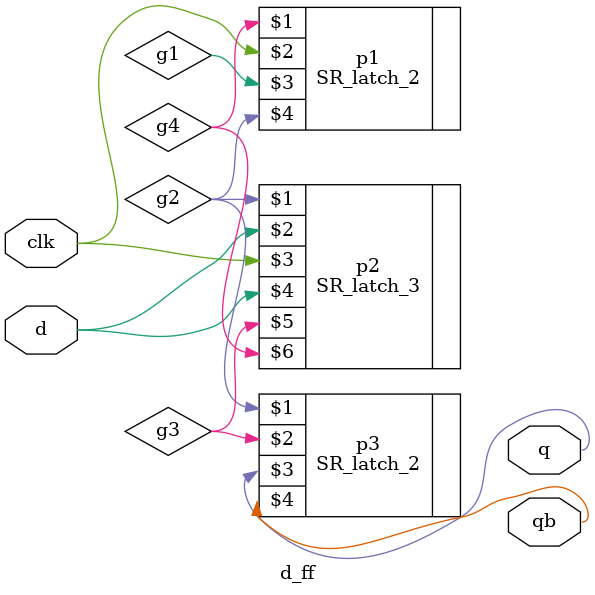
<source format=sv>
module d_ff(input clk , d , output q , qb);
    wire g1,g2,g3,g4;
    SR_latch_2 p1(g4 , clk , g1 , g2);
    SR_latch_3 p2(g2 , d , clk , d , g3 , g4);
    SR_latch_2 p3(g2 , g3 , q , qb);
endmodule
</source>
